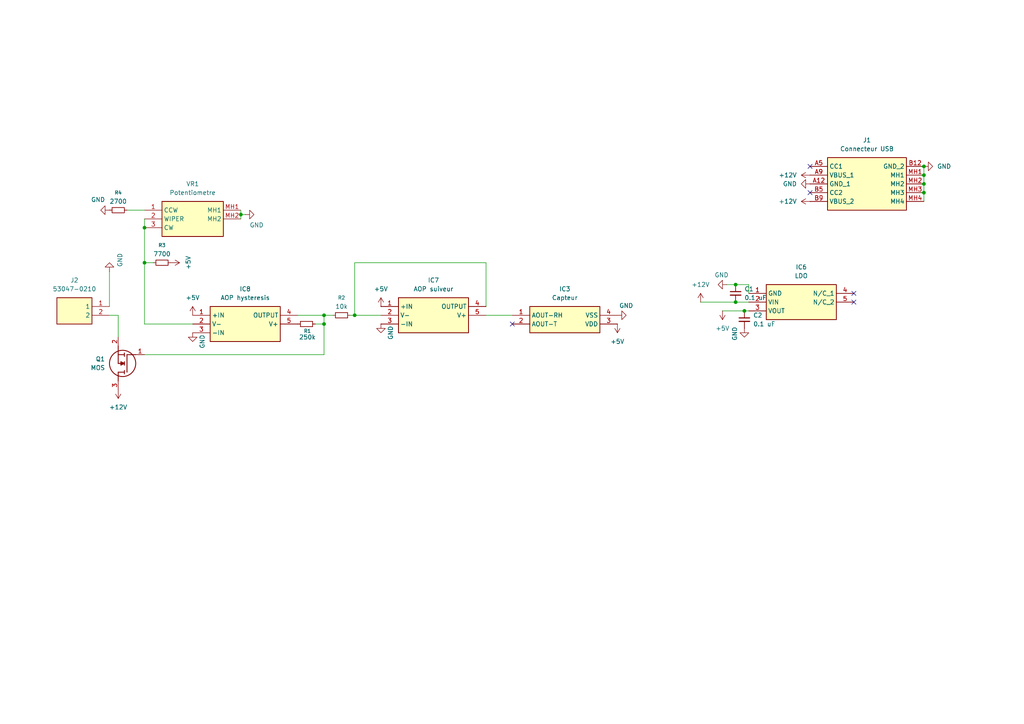
<source format=kicad_sch>
(kicad_sch (version 20250114) (generator "eeschema") (generator_version "9.0")
  (paper "A4")
  (lib_symbols
    (symbol "10164359-00011LF:10164359-00011LF"
      (property "Reference" "J" (at 29.21 7.62 0))
      (property "Value" "10164359-00011LF" (at 29.21 5.08 0))
      (symbol "10164359-00011LF_1_1"
        (rectangle (start 5.08 2.54) (end 27.94 -12.7) (stroke (width 0.254)) (fill (type background)))
        (pin passive line (at 0 0 0) (length 5.08) (name "CC1") (number "A5"))
        (pin passive line (at 0 -2.54 0) (length 5.08) (name "VBUS_1") (number "A9"))
        (pin passive line (at 0 -5.08 0) (length 5.08) (name "GND_1") (number "A12"))
        (pin passive line (at 0 -7.62 0) (length 5.08) (name "CC2") (number "B5"))
        (pin passive line (at 0 -10.16 0) (length 5.08) (name "VBUS_2") (number "B9"))
        (pin passive line (at 33.02 0 180) (length 5.08) (name "GND_2") (number "B12"))
        (pin passive line (at 33.02 -2.54 180) (length 5.08) (name "MH1") (number "MH1"))
        (pin passive line (at 33.02 -5.08 180) (length 5.08) (name "MH2") (number "MH2"))
        (pin passive line (at 33.02 -7.62 180) (length 5.08) (name "MH3") (number "MH3"))
        (pin passive line (at 33.02 -10.16 180) (length 5.08) (name "MH4") (number "MH4"))
      )
    )
    (symbol "53047-0210:53047-0210"
      (property "Reference" "J" (at 16.51 7.62 0))
      (property "Value" "53047-0210" (at 16.51 5.08 0))
      (symbol "53047-0210_1_1"
        (rectangle (start 5.08 2.54) (end 15.24 -5.08) (stroke (width 0.254)) (fill (type background)))
        (pin passive line (at 0 0 0) (length 5.08) (name "2") (number "2"))
        (pin passive line (at 0 -2.54 0) (length 5.08) (name "1") (number "1"))
      )
    )
    (symbol "Device:C_Small" (pin_numbers (hide yes)) (pin_names (offset 0.254) (hide yes))
      (property "Reference" "C" (at 0.254 1.778 0))
      (property "Value" "C_Small" (at 0.254 -2.032 0))
      (symbol "C_Small_0_1"
        (polyline (pts (xy -1.524 0.508) (xy 1.524 0.508)) (stroke (width 0.3048)))
        (polyline (pts (xy -1.524 -0.508) (xy 1.524 -0.508)) (stroke (width 0.3302)))
      )
      (symbol "C_Small_1_1"
        (pin passive line (at 0 2.54 270) (length 2.032) (name "~") (number "1"))
        (pin passive line (at 0 -2.54 90) (length 2.032) (name "~") (number "2"))
      )
    )
    (symbol "Device:R_Small" (pin_numbers (hide yes)) (pin_names (offset 0.254) (hide yes))
      (property "Reference" "R" (at 0 0 90))
      (property "Value" "R_Small" (at 1.778 0 90))
      (symbol "R_Small_0_1"
        (rectangle (start -0.762 1.778) (end 0.762 -1.778) (stroke (width 0.2032)))
      )
      (symbol "R_Small_1_1"
        (pin passive line (at 0 2.54 270) (length 0.762) (name "~") (number "1"))
        (pin passive line (at 0 -2.54 90) (length 0.762) (name "~") (number "2"))
      )
    )
    (symbol "LMV321SN3T1G:LMV321SN3T1G"
      (property "Reference" "IC" (at 26.67 7.62 0))
      (property "Value" "LMV321SN3T1G" (at 26.67 5.08 0))
      (symbol "LMV321SN3T1G_1_1"
        (rectangle (start 5.08 2.54) (end 25.4 -7.62) (stroke (width 0.254)) (fill (type background)))
        (pin passive line (at 0 0 0) (length 5.08) (name "+IN") (number "1"))
        (pin passive line (at 0 -2.54 0) (length 5.08) (name "V-") (number "2"))
        (pin passive line (at 0 -5.08 0) (length 5.08) (name "-IN") (number "3"))
        (pin passive line (at 30.48 0 180) (length 5.08) (name "OUTPUT") (number "4"))
        (pin passive line (at 30.48 -2.54 180) (length 5.08) (name "V+") (number "5"))
      )
    )
    (symbol "MC78LC50NTRG:MC78LC50NTRG"
      (property "Reference" "IC" (at 26.67 7.62 0))
      (property "Value" "MC78LC50NTRG" (at 26.67 5.08 0))
      (symbol "MC78LC50NTRG_1_1"
        (rectangle (start 5.08 2.54) (end 25.4 -7.62) (stroke (width 0.254)) (fill (type background)))
        (pin power_in line (at 0 0 0) (length 5.08) (name "GND") (number "1"))
        (pin input line (at 0 -2.54 0) (length 5.08) (name "VIN") (number "2"))
        (pin output line (at 0 -5.08 0) (length 5.08) (name "VOUT") (number "3"))
        (pin passive line (at 30.48 0 180) (length 5.08) (name "N/C_1") (number "4"))
        (pin passive line (at 30.48 -2.54 180) (length 5.08) (name "N/C_2") (number "5"))
      )
    )
    (symbol "PTV09A-4030U-B502:PTV09A-4030U-B502"
      (property "Reference" "VR" (at 24.13 7.62 0))
      (property "Value" "PTV09A-4030U-B502" (at 24.13 5.08 0))
      (symbol "PTV09A-4030U-B502_1_1"
        (rectangle (start 5.08 2.54) (end 22.86 -7.62) (stroke (width 0.254)) (fill (type background)))
        (pin passive line (at 0 0 0) (length 5.08) (name "CCW") (number "1"))
        (pin passive line (at 0 -2.54 0) (length 5.08) (name "WIPER") (number "2"))
        (pin passive line (at 0 -5.08 0) (length 5.08) (name "CW") (number "3"))
        (pin passive line (at 27.94 0 180) (length 5.08) (name "MH1") (number "MH1"))
        (pin passive line (at 27.94 -2.54 180) (length 5.08) (name "MH2") (number "MH2"))
      )
    )
    (symbol "SHT40I-HD1B-R2:SHT40I-HD1B-R2"
      (property "Reference" "IC" (at 26.67 7.62 0))
      (property "Value" "SHT40I-HD1B-R2" (at 26.67 5.08 0))
      (symbol "SHT40I-HD1B-R2_1_1"
        (rectangle (start 5.08 2.54) (end 25.4 -5.08) (stroke (width 0.254)) (fill (type background)))
        (pin passive line (at 0 0 0) (length 5.08) (name "AOUT-RH") (number "1"))
        (pin passive line (at 0 -2.54 0) (length 5.08) (name "AOUT-T") (number "2"))
        (pin passive line (at 30.48 0 180) (length 5.08) (name "VSS") (number "4"))
        (pin passive line (at 30.48 -2.54 180) (length 5.08) (name "VDD") (number "3"))
      )
    )
    (symbol "SI2306K-TP:SI2306K-TP" (pin_names (hide yes))
      (property "Reference" "Q" (at 11.43 3.81 0))
      (property "Value" "SI2306K-TP" (at 11.43 1.27 0))
      (symbol "SI2306K-TP_1_1"
        (polyline (pts (xy 2.54 0) (xy 5.08 0)) (stroke (width 0.254)))
        (polyline (pts (xy 5.08 5.08) (xy 5.08 0)) (stroke (width 0.254)))
        (polyline (pts (xy 5.842 5.588) (xy 5.842 4.572)) (stroke (width 0.254)))
        (polyline (pts (xy 5.842 2.54) (xy 6.858 3.048) (xy 6.858 2.032) (xy 5.842 2.54)) (stroke (width 0.254)) (fill (type outline)))
        (polyline (pts (xy 5.842 2.032) (xy 5.842 3.048)) (stroke (width 0.254)))
        (polyline (pts (xy 5.842 0) (xy 7.62 0)) (stroke (width 0.254)))
        (polyline (pts (xy 5.842 -0.508) (xy 5.842 0.508)) (stroke (width 0.254)))
        (circle (center 6.35 2.54) (radius 3.81) (stroke (width 0.254)))
        (polyline (pts (xy 7.62 5.08) (xy 5.842 5.08)) (stroke (width 0.254)))
        (polyline (pts (xy 7.62 5.08) (xy 7.62 7.62)) (stroke (width 0.254)))
        (polyline (pts (xy 7.62 2.54) (xy 5.842 2.54)) (stroke (width 0.254)))
        (polyline (pts (xy 7.62 2.54) (xy 7.62 -2.54)) (stroke (width 0.254)))
        (pin passive line (at 0 0 0) (length 2.54) (name "G") (number "1"))
        (pin passive line (at 7.62 10.16 270) (length 2.54) (name "D") (number "3"))
        (pin passive line (at 7.62 -5.08 90) (length 2.54) (name "S") (number "2"))
      )
    )
    (symbol "power:+12V" (power) (pin_numbers (hide yes)) (pin_names (offset 0) (hide yes))
      (property "Value" "+12V" (at 0 3.556 0))
      (symbol "+12V_0_1"
        (polyline (pts (xy -0.762 1.27) (xy 0 2.54)))
        (polyline (pts (xy 0 2.54) (xy 0.762 1.27)))
        (polyline (pts (xy 0 0) (xy 0 2.54)))
      )
      (symbol "+12V_1_1"
        (pin power_in line (at 0 0 90) (length 0) (name "~") (number "1"))
      )
    )
    (symbol "power:+5V" (power) (pin_numbers (hide yes)) (pin_names (offset 0) (hide yes))
      (property "Value" "+5V" (at 0 3.556 0))
      (symbol "+5V_0_1"
        (polyline (pts (xy -0.762 1.27) (xy 0 2.54)))
        (polyline (pts (xy 0 2.54) (xy 0.762 1.27)))
        (polyline (pts (xy 0 0) (xy 0 2.54)))
      )
      (symbol "+5V_1_1"
        (pin power_in line (at 0 0 90) (length 0) (name "~") (number "1"))
      )
    )
    (symbol "power:GND" (power) (pin_numbers (hide yes)) (pin_names (offset 0) (hide yes))
      (property "Value" "GND" (at 0 -3.81 0))
      (symbol "GND_0_1"
        (polyline (pts (xy 0 0) (xy 0 -1.27) (xy 1.27 -1.27) (xy 0 -2.54) (xy -1.27 -1.27) (xy 0 -1.27)))
      )
      (symbol "GND_1_1"
        (pin power_in line (at 0 0 270) (length 0) (name "~") (number "1"))
      )
    )
  )
  (junction (at 213.36 87.63))
  (junction (at 267.97 48.26))
  (junction (at 93.98 91.44))
  (junction (at 267.97 53.34))
  (junction (at 213.36 82.55))
  (junction (at 41.91 76.2))
  (junction (at 69.85 62.23))
  (junction (at 41.91 66.04))
  (junction (at 267.97 55.88))
  (junction (at 267.97 50.8))
  (junction (at 93.98 93.98))
  (junction (at 102.87 91.44))
  (junction (at 215.9 90.17))
  (no_connect (at 148.59 93.98))
  (no_connect (at 234.95 48.26))
  (no_connect (at 247.65 85.09))
  (no_connect (at 234.95 55.88))
  (no_connect (at 247.65 87.63))
  (wire (pts (xy 102.87 91.44) (xy 102.87 76.2)))
  (wire (pts (xy 203.2 87.63) (xy 213.36 87.63)))
  (wire (pts (xy 86.36 91.44) (xy 93.98 91.44)))
  (wire (pts (xy 34.29 91.44) (xy 31.75 91.44)))
  (wire (pts (xy 93.98 91.44) (xy 96.52 91.44)))
  (wire (pts (xy 209.55 90.17) (xy 215.9 90.17)))
  (wire (pts (xy 101.6 91.44) (xy 102.87 91.44)))
  (wire (pts (xy 34.29 97.79) (xy 34.29 91.44)))
  (wire (pts (xy 215.9 90.17) (xy 217.17 90.17)))
  (wire (pts (xy 93.98 102.87) (xy 41.91 102.87)))
  (wire (pts (xy 210.82 82.55) (xy 213.36 82.55)))
  (wire (pts (xy 213.36 87.63) (xy 217.17 87.63)))
  (wire (pts (xy 91.44 93.98) (xy 93.98 93.98)))
  (wire (pts (xy 41.91 93.98) (xy 41.91 76.2)))
  (wire (pts (xy 93.98 91.44) (xy 93.98 93.98)))
  (wire (pts (xy 41.91 66.04) (xy 41.91 76.2)))
  (wire (pts (xy 102.87 76.2) (xy 140.97 76.2)))
  (wire (pts (xy 140.97 91.44) (xy 148.59 91.44)))
  (wire (pts (xy 267.97 53.34) (xy 267.97 55.88)))
  (wire (pts (xy 41.91 76.2) (xy 44.45 76.2)))
  (wire (pts (xy 140.97 76.2) (xy 140.97 88.9)))
  (wire (pts (xy 69.85 62.23) (xy 71.12 62.23)))
  (wire (pts (xy 217.17 82.55) (xy 217.17 85.09)))
  (wire (pts (xy 267.97 50.8) (xy 267.97 53.34)))
  (wire (pts (xy 36.83 60.96) (xy 41.91 60.96)))
  (wire (pts (xy 93.98 93.98) (xy 93.98 102.87)))
  (wire (pts (xy 31.75 88.9) (xy 31.75 78.74)))
  (wire (pts (xy 110.49 91.44) (xy 102.87 91.44)))
  (wire (pts (xy 213.36 82.55) (xy 217.17 82.55)))
  (wire (pts (xy 55.88 93.98) (xy 41.91 93.98)))
  (wire (pts (xy 41.91 63.5) (xy 41.91 66.04)))
  (wire (pts (xy 267.97 55.88) (xy 267.97 58.42)))
  (wire (pts (xy 267.97 48.26) (xy 267.97 50.8)))
  (wire (pts (xy 69.85 62.23) (xy 69.85 63.5)))
  (wire (pts (xy 69.85 60.96) (xy 69.85 62.23)))
  (symbol (lib_id "Device:R_Small") (at 46.99 76.2 270) (unit 1)
    (property "Reference" "R3" (at 46.99 71.12 90) (effects (font (size 1.016 1.016))))
    (property "Value" "7700" (at 46.99 73.66 90))
    (property "Description" "Resistor, small symbol" (effects (hide yes)))
  )
  (symbol (lib_id "power:+12V") (at 234.95 58.42 90) (unit 1)
    (property "Reference" "#PWR04" (effects (hide yes)))
    (property "Value" "+12V" (at 231.14 58.4199 90) (effects (justify left)))
    (property "Description" "Power symbol creates a global label with name \"+12V\"" (effects (hide yes)))
  )
  (symbol (lib_id "power:GND") (at 55.88 96.52 0) (unit 1)
    (property "Reference" "#PWR013" (effects (hide yes)))
    (property "Value" "GND" (at 58.674 97.028 90) (effects (justify right)))
    (property "Description" "Power symbol creates a global label with name \"GND\" , ground" (effects (hide yes)))
  )
  (symbol (lib_id "LMV321SN3T1G:LMV321SN3T1G") (at 110.49 88.9 0) (unit 1)
    (property "Reference" "IC7" (at 125.73 81.28 0))
    (property "Value" "AOP suiveur" (at 125.73 83.82 0))
    (property "Footprint" "SOT95P275X110-5N" (effects (hide yes)))
    (property "Datasheet" "https://www.onsemi.com/pub/Collateral/LMV321-D.PDF" (effects (hide yes)))
    (property "Description" "Operation from 2.7 V to 5.0 V Single-Sided Power Supply; No Output Crossover Distortion; Industrial temperature Range: -40C to +85C or Automotive -40C to +125C; Rail-to-Rail Output; Low Quiescent Current; No Output Phase-Reversal from Overdriven Input; NCV prefix for Automotive Qualified Version" (effects (hide yes)))
    (property "Height" "1.1" (effects (hide yes)))
    (property "Mouser Part Number" "863-LMV321SN3T1G" (effects (hide yes)))
    (property "Mouser Price/Stock" "https://www.mouser.co.uk/ProductDetail/onsemi/LMV321SN3T1G?qs=0n%252BW%2FEG%252BKm7HuocqUdEYQg%3D%3D" (effects (hide yes)))
    (property "Manufacturer_Name" "onsemi" (effects (hide yes)))
    (property "Manufacturer_Part_Number" "LMV321SN3T1G" (effects (hide yes)))
  )
  (symbol (lib_id "SHT40I-HD1B-R2:SHT40I-HD1B-R2") (at 148.59 91.44 0) (unit 1)
    (property "Reference" "IC3" (at 163.83 83.82 0))
    (property "Value" "Capteur" (at 163.83 86.36 0))
    (property "Footprint" "SHT40IHD1BR2" (effects (hide yes)))
    (property "Datasheet" "https://www.arrow.com/en/products/sht40i-hd1b-r2/sensirion-ag?region=nac" (effects (hide yes)))
    (property "Description" "Board Mount Humidity Sensors SHT40I-HD1B-R2 2.5kpcsHum. & Temp. IC" (effects (hide yes)))
    (property "Height" "0.59" (effects (hide yes)))
    (property "Mouser Part Number" "403-SHT40I-HD1B-R2" (effects (hide yes)))
    (property "Mouser Price/Stock" "https://www.mouser.co.uk/ProductDetail/Sensirion/SHT40I-HD1B-R2?qs=T%252BzbugeAwjjEpn3Km0P29Q%3D%3D" (effects (hide yes)))
    (property "Manufacturer_Name" "Sensirion" (effects (hide yes)))
    (property "Manufacturer_Part_Number" "SHT40I-HD1B-R2" (effects (hide yes)))
  )
  (symbol (lib_id "power:+12V") (at 203.2 87.63 0) (unit 1)
    (property "Reference" "#PWR03" (effects (hide yes)))
    (property "Value" "+12V" (at 203.2 82.55 0))
    (property "Description" "Power symbol creates a global label with name \"+12V\"" (effects (hide yes)))
  )
  (symbol (lib_id "power:GND") (at 110.49 93.98 0) (unit 1)
    (property "Reference" "#PWR012" (effects (hide yes)))
    (property "Value" "GND" (at 113.284 94.488 90) (effects (justify right)))
    (property "Description" "Power symbol creates a global label with name \"GND\" , ground" (effects (hide yes)))
  )
  (symbol (lib_id "MC78LC50NTRG:MC78LC50NTRG") (at 217.17 85.09 0) (unit 1)
    (property "Reference" "IC6" (at 232.41 77.47 0))
    (property "Value" "LDO" (at 232.41 80.01 0))
    (property "Footprint" "SOT95P275X110-5N" (effects (hide yes)))
    (property "Datasheet" "https://www.onsemi.com/pub/Collateral/MC78LC00-D.PDF" (effects (hide yes)))
    (property "Description" "Excellent Line and Load Regulation; Low Quiescent Current of 1.1 A Typical; Maximum Operating Voltage of 12 V; Low Output Voltage Option; High Accuracy Output Voltage of 2.5%; Industrial Temperature Range of -40?C to 85?C; Two Surface Mount Packages (SOT-89, 3 Pin, or SOT-23, 5 Pin); Pb-Free Packages are Available" (effects (hide yes)))
    (property "Height" "1.1" (effects (hide yes)))
    (property "Mouser Part Number" "863-MC78LC50NTRG" (effects (hide yes)))
    (property "Mouser Price/Stock" "https://www.mouser.co.uk/ProductDetail/onsemi/MC78LC50NTRG?qs=%252B9%2Fcbd0IE0QZg0sAyajxBw%3D%3D" (effects (hide yes)))
    (property "Manufacturer_Name" "onsemi" (effects (hide yes)))
    (property "Manufacturer_Part_Number" "MC78LC50NTRG" (effects (hide yes)))
  )
  (symbol (lib_id "power:+5V") (at 179.07 93.98 180) (unit 1)
    (property "Reference" "#PWR09" (effects (hide yes)))
    (property "Value" "+5V" (at 179.07 99.06 0))
    (property "Description" "Power symbol creates a global label with name \"+5V\"" (effects (hide yes)))
  )
  (symbol (lib_id "power:+5V") (at 110.49 88.9 0) (unit 1)
    (property "Reference" "#PWR011" (effects (hide yes)))
    (property "Value" "+5V" (at 110.49 83.82 0))
    (property "Description" "Power symbol creates a global label with name \"+5V\"" (effects (hide yes)))
  )
  (symbol (lib_id "Device:R_Small") (at 34.29 60.96 270) (unit 1)
    (property "Reference" "R4" (at 34.29 55.88 90) (effects (font (size 1.016 1.016))))
    (property "Value" "2700" (at 34.29 58.42 90))
    (property "Description" "Resistor, small symbol" (effects (hide yes)))
  )
  (symbol (lib_id "power:GND") (at 179.07 91.44 90) (unit 1)
    (property "Reference" "#PWR08" (effects (hide yes)))
    (property "Value" "GND" (at 179.578 88.646 90) (effects (justify right)))
    (property "Description" "Power symbol creates a global label with name \"GND\" , ground" (effects (hide yes)))
  )
  (symbol (lib_id "SI2306K-TP:SI2306K-TP") (at 41.91 102.87 180) (unit 1)
    (property "Reference" "Q1" (at 30.48 104.1399 0) (effects (justify left)))
    (property "Value" "MOS" (at 30.48 106.6799 0) (effects (justify left)))
    (property "Footprint" "SOT95P237X125-3N" (effects (hide yes)))
    (property "Datasheet" "https://www.mccsemi.com/pdf/Products/SI2306K(SOT-23).pdf" (effects (hide yes)))
    (property "Description" "N-Channel MOSFET,VDS :60 v ,PD :0.96 w,VGS :+/- =30" (effects (hide yes)))
    (property "Height" "1.25" (effects (hide yes)))
    (property "Mouser Part Number" "833-SI2306K-TP" (effects (hide yes)))
    (property "Mouser Price/Stock" "https://www.mouser.co.uk/ProductDetail/Micro-Commercial-Components-MCC/SI2306K-TP?qs=mELouGlnn3etMv28%252B0eWIg%3D%3D" (effects (hide yes)))
    (property "Manufacturer_Name" "MCC" (effects (hide yes)))
    (property "Manufacturer_Part_Number" "SI2306K-TP" (effects (hide yes)))
  )
  (symbol (lib_id "power:+5V") (at 55.88 91.44 0) (unit 1)
    (property "Reference" "#PWR014" (effects (hide yes)))
    (property "Value" "+5V" (at 55.88 86.36 0))
    (property "Description" "Power symbol creates a global label with name \"+5V\"" (effects (hide yes)))
  )
  (symbol (lib_id "power:GND") (at 267.97 48.26 90) (unit 1)
    (property "Reference" "#PWR06" (effects (hide yes)))
    (property "Value" "GND" (at 271.78 48.2599 90) (effects (justify right)))
    (property "Description" "Power symbol creates a global label with name \"GND\" , ground" (effects (hide yes)))
  )
  (symbol (lib_id "power:GND") (at 234.95 53.34 270) (unit 1)
    (property "Reference" "#PWR05" (effects (hide yes)))
    (property "Value" "GND" (at 231.14 53.3399 90) (effects (justify right)))
    (property "Description" "Power symbol creates a global label with name \"GND\" , ground" (effects (hide yes)))
  )
  (symbol (lib_id "power:GND") (at 31.75 78.74 180) (unit 1)
    (property "Reference" "#PWR019" (effects (hide yes)))
    (property "Value" "GND" (at 34.798 77.47 90) (effects (justify right)))
    (property "Description" "Power symbol creates a global label with name \"GND\" , ground" (effects (hide yes)))
  )
  (symbol (lib_id "PTV09A-4030U-B502:PTV09A-4030U-B502") (at 41.91 60.96 0) (unit 1)
    (property "Reference" "VR1" (at 55.88 53.34 0))
    (property "Value" "Potentiometre" (at 55.88 55.88 0))
    (property "Footprint" "PTV09A4030UB502" (effects (hide yes)))
    (property "Datasheet" "https://www.bourns.com/docs/product-datasheets/PTV09.pdf" (effects (hide yes)))
    (property "Description" "Potentiometers 5K   20%  9MM CARBON POT" (effects (hide yes)))
    (property "Mouser Part Number" "652-PTV09A-4030UB502" (effects (hide yes)))
    (property "Mouser Price/Stock" "https://www.mouser.co.uk/ProductDetail/Bourns/PTV09A-4030U-B502?qs=Qzws7J6gxqz%2FfesVw0UbEg%3D%3D" (effects (hide yes)))
    (property "Manufacturer_Name" "Bourns" (effects (hide yes)))
    (property "Manufacturer_Part_Number" "PTV09A-4030U-B502" (effects (hide yes)))
  )
  (symbol (lib_id "power:GND") (at 31.75 60.96 270) (unit 1)
    (property "Reference" "#PWR016" (effects (hide yes)))
    (property "Value" "GND" (at 30.48 57.912 90) (effects (justify right)))
    (property "Description" "Power symbol creates a global label with name \"GND\" , ground" (effects (hide yes)))
  )
  (symbol (lib_id "Device:R_Small") (at 88.9 93.98 270) (unit 1)
    (property "Reference" "R1" (at 89.154 96.012 90) (effects (font (size 1.016 1.016))))
    (property "Value" "250k" (at 89.154 97.79 90))
    (property "Description" "Resistor, small symbol" (effects (hide yes)))
  )
  (symbol (lib_id "power:+5V") (at 49.53 76.2 270) (unit 1)
    (property "Reference" "#PWR015" (effects (hide yes)))
    (property "Value" "+5V" (at 54.61 76.2 0))
    (property "Description" "Power symbol creates a global label with name \"+5V\"" (effects (hide yes)))
  )
  (symbol (lib_id "power:+5V") (at 209.55 90.17 180) (unit 1)
    (property "Reference" "#PWR02" (effects (hide yes)))
    (property "Value" "+5V" (at 209.55 95.25 0))
    (property "Description" "Power symbol creates a global label with name \"+5V\"" (effects (hide yes)))
  )
  (symbol (lib_id "Device:C_Small") (at 213.36 85.09 0) (unit 1)
    (property "Reference" "C1" (at 215.9 83.8262 0) (effects (justify left)))
    (property "Value" "0.1 uF" (at 215.9 86.3662 0) (effects (justify left)))
    (property "Description" "Unpolarized capacitor, small symbol" (effects (hide yes)))
  )
  (symbol (lib_id "power:GND") (at 215.9 95.25 0) (unit 1)
    (property "Reference" "#PWR010" (effects (hide yes)))
    (property "Value" "GND" (at 213.106 94.742 90) (effects (justify right)))
    (property "Description" "Power symbol creates a global label with name \"GND\" , ground" (effects (hide yes)))
  )
  (symbol (lib_id "power:GND") (at 210.82 82.55 270) (unit 1)
    (property "Reference" "#PWR07" (effects (hide yes)))
    (property "Value" "GND" (at 211.328 79.756 90) (effects (justify right)))
    (property "Description" "Power symbol creates a global label with name \"GND\" , ground" (effects (hide yes)))
  )
  (symbol (lib_id "Device:R_Small") (at 99.06 91.44 270) (unit 1)
    (property "Reference" "R2" (at 99.06 86.36 90) (effects (font (size 1.016 1.016))))
    (property "Value" "10k" (at 99.06 88.9 90))
    (property "Description" "Resistor, small symbol" (effects (hide yes)))
  )
  (symbol (lib_id "Device:C_Small") (at 215.9 92.71 0) (unit 1)
    (property "Reference" "C2" (at 218.44 91.4462 0) (effects (justify left)))
    (property "Value" "0.1 uF" (at 218.44 93.9862 0) (effects (justify left)))
    (property "Description" "Unpolarized capacitor, small symbol" (effects (hide yes)))
  )
  (symbol (lib_id "power:+12V") (at 34.29 113.03 180) (unit 1)
    (property "Reference" "#PWR018" (effects (hide yes)))
    (property "Value" "+12V" (at 34.29 118.11 0))
    (property "Description" "Power symbol creates a global label with name \"+12V\"" (effects (hide yes)))
  )
  (symbol (lib_id "power:GND") (at 71.12 62.23 90) (unit 1)
    (property "Reference" "#PWR017" (effects (hide yes)))
    (property "Value" "GND" (at 72.39 65.278 90) (effects (justify right)))
    (property "Description" "Power symbol creates a global label with name \"GND\" , ground" (effects (hide yes)))
  )
  (symbol (lib_id "10164359-00011LF:10164359-00011LF") (at 234.95 48.26 0) (unit 1)
    (property "Reference" "J1" (at 251.46 40.64 0))
    (property "Value" "Connecteur USB" (at 251.46 43.18 0))
    (property "Footprint" "1016435900011LF" (effects (hide yes)))
    (property "Datasheet" "https://cdn.amphenol-cs.com/media/wysiwyg/files/drawing/10164359.pdf" (effects (hide yes)))
    (property "Description" "USB Type C Receptacle SMT Single Row 6Pin" (effects (hide yes)))
    (property "Height" "3.41" (effects (hide yes)))
    (property "Mouser Part Number" "649-10164359-00011LF" (effects (hide yes)))
    (property "Mouser Price/Stock" "https://www.mouser.co.uk/ProductDetail/Amphenol-FCI/10164359-00011LF?qs=MyNHzdoqoQLpQ%2FmSqA1%252BtQ%3D%3D" (effects (hide yes)))
    (property "Manufacturer_Name" "Amphenol" (effects (hide yes)))
    (property "Manufacturer_Part_Number" "10164359-00011LF" (effects (hide yes)))
  )
  (symbol (lib_id "power:+12V") (at 234.95 50.8 90) (unit 1)
    (property "Reference" "#PWR01" (effects (hide yes)))
    (property "Value" "+12V" (at 231.14 50.7999 90) (effects (justify left)))
    (property "Description" "Power symbol creates a global label with name \"+12V\"" (effects (hide yes)))
  )
  (symbol (lib_id "LMV321SN3T1G:LMV321SN3T1G") (at 55.88 91.44 0) (unit 1)
    (property "Reference" "IC8" (at 71.12 83.82 0))
    (property "Value" "AOP hysteresis" (at 71.12 86.36 0))
    (property "Footprint" "SOT95P275X110-5N" (effects (hide yes)))
    (property "Datasheet" "https://www.onsemi.com/pub/Collateral/LMV321-D.PDF" (effects (hide yes)))
    (property "Description" "Operation from 2.7 V to 5.0 V Single-Sided Power Supply; No Output Crossover Distortion; Industrial temperature Range: -40C to +85C or Automotive -40C to +125C; Rail-to-Rail Output; Low Quiescent Current; No Output Phase-Reversal from Overdriven Input; NCV prefix for Automotive Qualified Version" (effects (hide yes)))
    (property "Height" "1.1" (effects (hide yes)))
    (property "Mouser Part Number" "863-LMV321SN3T1G" (effects (hide yes)))
    (property "Mouser Price/Stock" "https://www.mouser.co.uk/ProductDetail/onsemi/LMV321SN3T1G?qs=0n%252BW%2FEG%252BKm7HuocqUdEYQg%3D%3D" (effects (hide yes)))
    (property "Manufacturer_Name" "onsemi" (effects (hide yes)))
    (property "Manufacturer_Part_Number" "LMV321SN3T1G" (effects (hide yes)))
  )
  (symbol (lib_id "53047-0210:53047-0210") (at 31.75 91.44 180) (unit 1)
    (property "Reference" "J2" (at 21.59 81.28 0))
    (property "Value" "53047-0210" (at 21.59 83.82 0))
    (property "Footprint" "530470210" (effects (hide yes)))
    (property "Datasheet" "https://componentsearchengine.com/Datasheets/2/53047-0210.pdf" (effects (hide yes)))
    (property "Description" "Headers & Wire Housings VERTICAL HDR 2P" (effects (hide yes)))
    (property "Height" "4.4" (effects (hide yes)))
    (property "Mouser Part Number" "538-53047-0210" (effects (hide yes)))
    (property "Mouser Price/Stock" "https://www.mouser.co.uk/ProductDetail/Molex/53047-0210?qs=M5Ic86%252BuP8b8FQrTwriyOw%3D%3D" (effects (hide yes)))
    (property "Manufacturer_Name" "Molex" (effects (hide yes)))
    (property "Manufacturer_Part_Number" "53047-0210" (effects (hide yes)))
  )
)
</source>
